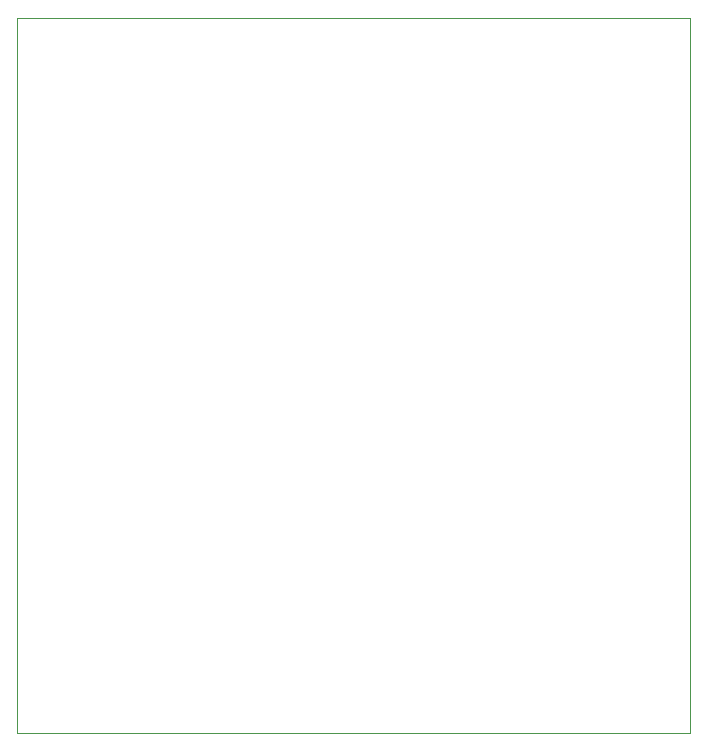
<source format=gbr>
%TF.GenerationSoftware,KiCad,Pcbnew,9.0.0*%
%TF.CreationDate,2025-03-04T19:19:52+01:00*%
%TF.ProjectId,ProgrammingBoard,50726f67-7261-46d6-9d69-6e67426f6172,rev?*%
%TF.SameCoordinates,Original*%
%TF.FileFunction,Profile,NP*%
%FSLAX46Y46*%
G04 Gerber Fmt 4.6, Leading zero omitted, Abs format (unit mm)*
G04 Created by KiCad (PCBNEW 9.0.0) date 2025-03-04 19:19:52*
%MOMM*%
%LPD*%
G01*
G04 APERTURE LIST*
%TA.AperFunction,Profile*%
%ADD10C,0.050000*%
%TD*%
G04 APERTURE END LIST*
D10*
X148500000Y-74500000D02*
X205500000Y-74500000D01*
X205500000Y-135000000D01*
X148500000Y-135000000D01*
X148500000Y-74500000D01*
M02*

</source>
